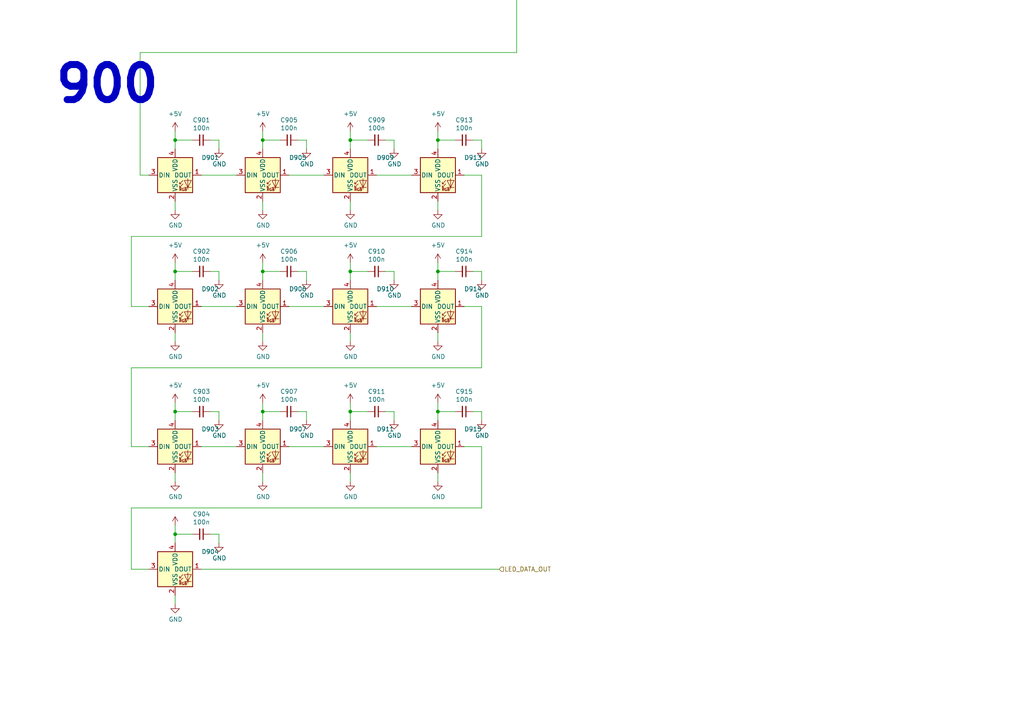
<source format=kicad_sch>
(kicad_sch (version 20250114) (generator "eeschema") (generator_version "9.0")
  (paper "A4")
  (lib_symbols
    (symbol "power:+5V" (power) (pin_names (offset 0))
      (property "Value" "+5V" (at 0 3.556 0))
      (symbol "+5V_0_1"
        (polyline (pts (xy -0.762 1.27) (xy 0 2.54)))
        (polyline (pts (xy 0 2.54) (xy 0.762 1.27)))
        (polyline (pts (xy 0 0) (xy 0 2.54)))
      )
      (symbol "+5V_1_1"
        (pin power_in line (at 0 0 90) (length 0) (hide yes) (name "+5V") (number "1"))
      )
    )
    (symbol "power:GND" (power) (pin_names (offset 0))
      (property "Value" "GND" (at 0 -3.81 0))
      (symbol "GND_0_1"
        (polyline (pts (xy 0 0) (xy 0 -1.27) (xy 1.27 -1.27) (xy 0 -2.54) (xy -1.27 -1.27) (xy 0 -1.27)))
      )
      (symbol "GND_1_1"
        (pin power_in line (at 0 0 270) (length 0) (hide yes) (name "GND") (number "1"))
      )
    )
    (symbol "suku_basics:CAP" (pin_numbers (hide yes)) (pin_names (offset 0.254) (hide yes))
      (property "Reference" "C" (at 0.254 1.778 0))
      (property "Value" "CAP" (at 0.254 -2.032 0))
      (symbol "CAP_0_1"
        (polyline (pts (xy -1.524 0.508) (xy 1.524 0.508)) (stroke (width 0.3048)))
        (polyline (pts (xy -1.524 -0.508) (xy 1.524 -0.508)) (stroke (width 0.3302)))
      )
      (symbol "CAP_1_1"
        (pin passive line (at 0 2.54 270) (length 2.032) (name "~") (number "1"))
        (pin passive line (at 0 -2.54 90) (length 2.032) (name "~") (number "2"))
      )
    )
    (symbol "suku_basics:UI_WS2812C-2020" (pin_names (offset 0.254))
      (property "Reference" "D" (at 5.08 5.715 0))
      (property "Value" "UI_WS2812C-2020" (at 1.27 -5.715 0))
      (symbol "UI_WS2812C-2020_0_0"
        (text "RGB" (at 2.286 -4.191 0) (effects (font (size 0.762 0.762))))
      )
      (symbol "UI_WS2812C-2020_0_1"
        (polyline (pts (xy 1.27 -2.54) (xy 1.778 -2.54)))
        (polyline (pts (xy 1.27 -3.556) (xy 1.778 -3.556)))
        (polyline (pts (xy 2.286 -1.524) (xy 1.27 -2.54) (xy 1.27 -2.032)))
        (polyline (pts (xy 2.286 -2.54) (xy 1.27 -3.556) (xy 1.27 -3.048)))
        (polyline (pts (xy 3.683 -1.016) (xy 3.683 -3.556) (xy 3.683 -4.064)))
        (polyline (pts (xy 4.699 -1.524) (xy 2.667 -1.524) (xy 3.683 -3.556) (xy 4.699 -1.524)))
        (polyline (pts (xy 4.699 -3.556) (xy 2.667 -3.556)))
        (rectangle (start 5.08 5.08) (end -5.08 -5.08) (stroke (width 0.254)) (fill (type background)))
      )
      (symbol "UI_WS2812C-2020_1_1"
        (pin input line (at -7.62 0 0) (length 2.54) (name "DIN") (number "3"))
        (pin power_in line (at 0 7.62 270) (length 2.54) (name "VDD") (number "4"))
        (pin power_in line (at 0 -7.62 90) (length 2.54) (name "VSS") (number "2"))
        (pin output line (at 7.62 0 180) (length 2.54) (name "DOUT") (number "1"))
      )
    )
  )
  (text "900" (at 15.24 30.48 0) (effects (font (size 10.16 10.16) (thickness 2.032) (bold yes)) (justify left bottom)))
  (junction (at 127 40.64))
  (junction (at 132.08 -142.24))
  (junction (at 50.8 119.38))
  (junction (at 81.28 -142.24))
  (junction (at 106.68 -142.24))
  (junction (at 76.2 78.74))
  (junction (at 101.6 78.74))
  (junction (at 101.6 119.38))
  (junction (at 106.68 -104.14))
  (junction (at 50.8 40.64))
  (junction (at 127 78.74))
  (junction (at 127 119.38))
  (junction (at 81.28 -104.14))
  (junction (at 101.6 40.64))
  (junction (at 55.88 -142.24))
  (junction (at 50.8 78.74))
  (junction (at 132.08 -104.14))
  (junction (at 76.2 119.38))
  (junction (at 55.88 -104.14))
  (junction (at 50.8 154.94))
  (junction (at 76.2 40.64))
  (wire (pts (xy 119.38 -139.7) (xy 119.38 -142.24)))
  (wire (pts (xy 139.7 147.32) (xy 38.1 147.32)))
  (wire (pts (xy 81.28 40.64) (xy 76.2 40.64)))
  (wire (pts (xy 127 81.28) (xy 127 78.74)))
  (wire (pts (xy 139.7 129.54) (xy 139.7 147.32)))
  (wire (pts (xy 114.3 40.64) (xy 111.76 40.64)))
  (wire (pts (xy 68.58 -104.14) (xy 66.04 -104.14)))
  (wire (pts (xy 114.3 78.74) (xy 111.76 78.74)))
  (wire (pts (xy 63.5 78.74) (xy 60.96 78.74)))
  (wire (pts (xy 63.5 81.28) (xy 63.5 78.74)))
  (wire (pts (xy 50.8 40.64) (xy 50.8 38.1)))
  (wire (pts (xy 68.58 -142.24) (xy 66.04 -142.24)))
  (wire (pts (xy 38.1 129.54) (xy 43.18 129.54)))
  (wire (pts (xy 81.28 -142.24) (xy 81.28 -144.78)))
  (wire (pts (xy 76.2 60.96) (xy 76.2 58.42)))
  (wire (pts (xy 127 121.92) (xy 127 119.38)))
  (wire (pts (xy 132.08 -142.24) (xy 132.08 -144.78)))
  (wire (pts (xy 50.8 60.96) (xy 50.8 58.42)))
  (wire (pts (xy 127 139.7) (xy 127 137.16)))
  (wire (pts (xy 106.68 -139.7) (xy 106.68 -142.24)))
  (wire (pts (xy 88.9 119.38) (xy 86.36 119.38)))
  (wire (pts (xy 86.36 -104.14) (xy 81.28 -104.14)))
  (wire (pts (xy 38.1 68.58) (xy 38.1 88.9)))
  (wire (pts (xy 43.18 -76.2) (xy 43.18 -50.8)))
  (wire (pts (xy 58.42 129.54) (xy 68.58 129.54)))
  (wire (pts (xy 63.5 119.38) (xy 60.96 119.38)))
  (wire (pts (xy 132.08 -83.82) (xy 132.08 -86.36)))
  (wire (pts (xy 76.2 40.64) (xy 76.2 38.1)))
  (wire (pts (xy 38.1 165.1) (xy 43.18 165.1)))
  (wire (pts (xy 63.5 40.64) (xy 60.96 40.64)))
  (wire (pts (xy 38.1 106.68) (xy 38.1 129.54)))
  (wire (pts (xy 114.3 119.38) (xy 111.76 119.38)))
  (wire (pts (xy 38.1 147.32) (xy 38.1 165.1)))
  (wire (pts (xy 127 78.74) (xy 127 76.2)))
  (wire (pts (xy 144.78 -101.6) (xy 144.78 -104.14)))
  (wire (pts (xy 132.08 -139.7) (xy 132.08 -142.24)))
  (wire (pts (xy 58.42 165.1) (xy 144.78 165.1)))
  (wire (pts (xy 119.38 -142.24) (xy 116.84 -142.24)))
  (wire (pts (xy 106.68 -121.92) (xy 106.68 -124.46)))
  (wire (pts (xy 114.3 43.18) (xy 114.3 40.64)))
  (wire (pts (xy 111.76 -104.14) (xy 106.68 -104.14)))
  (wire (pts (xy 63.5 43.18) (xy 63.5 40.64)))
  (wire (pts (xy 76.2 76.2) (xy 76.2 78.74)))
  (wire (pts (xy 88.9 121.92) (xy 88.9 119.38)))
  (wire (pts (xy 81.28 -106.68) (xy 81.28 -104.14)))
  (wire (pts (xy 101.6 43.18) (xy 101.6 40.64)))
  (wire (pts (xy 109.22 129.54) (xy 119.38 129.54)))
  (wire (pts (xy 68.58 -101.6) (xy 68.58 -104.14)))
  (wire (pts (xy 50.8 81.28) (xy 50.8 78.74)))
  (wire (pts (xy 101.6 139.7) (xy 101.6 137.16)))
  (wire (pts (xy 119.38 -101.6) (xy 119.38 -104.14)))
  (wire (pts (xy 63.5 154.94) (xy 60.96 154.94)))
  (wire (pts (xy 50.8 157.48) (xy 50.8 154.94)))
  (wire (pts (xy 127 60.96) (xy 127 58.42)))
  (wire (pts (xy 50.8 175.26) (xy 50.8 172.72)))
  (wire (pts (xy 106.68 -142.24) (xy 106.68 -144.78)))
  (wire (pts (xy 76.2 121.92) (xy 76.2 119.38)))
  (wire (pts (xy 144.78 -132.08) (xy 144.78 -114.3)))
  (wire (pts (xy 88.9 43.18) (xy 88.9 40.64)))
  (wire (pts (xy 55.88 -121.92) (xy 55.88 -124.46)))
  (wire (pts (xy 132.08 78.74) (xy 127 78.74)))
  (wire (pts (xy 149.86 -50.8) (xy 43.18 -50.8)))
  (wire (pts (xy 38.1 88.9) (xy 43.18 88.9)))
  (wire (pts (xy 93.98 -101.6) (xy 93.98 -104.14)))
  (wire (pts (xy 55.88 -101.6) (xy 55.88 -104.14)))
  (wire (pts (xy 81.28 119.38) (xy 76.2 119.38)))
  (wire (pts (xy 88.9 -93.98) (xy 99.06 -93.98)))
  (wire (pts (xy 76.2 99.06) (xy 76.2 96.52)))
  (wire (pts (xy 101.6 121.92) (xy 101.6 119.38)))
  (wire (pts (xy 101.6 99.06) (xy 101.6 96.52)))
  (wire (pts (xy 106.68 119.38) (xy 101.6 119.38)))
  (wire (pts (xy 106.68 -83.82) (xy 106.68 -86.36)))
  (wire (pts (xy 139.7 88.9) (xy 139.7 106.68)))
  (wire (pts (xy 40.64 50.8) (xy 43.18 50.8)))
  (wire (pts (xy 114.3 -132.08) (xy 124.46 -132.08)))
  (wire (pts (xy 50.8 154.94) (xy 50.8 152.4)))
  (wire (pts (xy 127 43.18) (xy 127 40.64)))
  (wire (pts (xy 68.58 -139.7) (xy 68.58 -142.24)))
  (wire (pts (xy 111.76 -142.24) (xy 106.68 -142.24)))
  (wire (pts (xy 83.82 129.54) (xy 93.98 129.54)))
  (wire (pts (xy 50.8 119.38) (xy 50.8 116.84)))
  (wire (pts (xy 50.8 43.18) (xy 50.8 40.64)))
  (wire (pts (xy 144.78 -76.2) (xy 43.18 -76.2)))
  (wire (pts (xy 132.08 -101.6) (xy 132.08 -104.14)))
  (wire (pts (xy 93.98 -104.14) (xy 91.44 -104.14)))
  (wire (pts (xy 139.7 119.38) (xy 137.16 119.38)))
  (wire (pts (xy 93.98 -139.7) (xy 93.98 -142.24)))
  (wire (pts (xy 50.8 119.38) (xy 55.88 119.38)))
  (wire (pts (xy 58.42 88.9) (xy 68.58 88.9)))
  (wire (pts (xy 134.62 129.54) (xy 139.7 129.54)))
  (wire (pts (xy 114.3 -93.98) (xy 124.46 -93.98)))
  (wire (pts (xy 137.16 -104.14) (xy 132.08 -104.14)))
  (wire (pts (xy 81.28 -121.92) (xy 81.28 -124.46)))
  (wire (pts (xy 106.68 -104.14) (xy 106.68 -106.68)))
  (wire (pts (xy 149.86 15.24) (xy 40.64 15.24)))
  (wire (pts (xy 81.28 78.74) (xy 76.2 78.74)))
  (wire (pts (xy 55.88 -104.14) (xy 60.96 -104.14)))
  (wire (pts (xy 127 40.64) (xy 127 38.1)))
  (wire (pts (xy 139.7 106.68) (xy 38.1 106.68)))
  (wire (pts (xy 58.42 50.8) (xy 68.58 50.8)))
  (wire (pts (xy 144.78 -93.98) (xy 144.78 -76.2)))
  (wire (pts (xy 55.88 -104.14) (xy 55.88 -106.68)))
  (wire (pts (xy 76.2 139.7) (xy 76.2 137.16)))
  (wire (pts (xy 50.8 78.74) (xy 55.88 78.74)))
  (wire (pts (xy 109.22 50.8) (xy 119.38 50.8)))
  (wire (pts (xy 55.88 -139.7) (xy 55.88 -142.24)))
  (wire (pts (xy 81.28 -83.82) (xy 81.28 -86.36)))
  (wire (pts (xy 106.68 78.74) (xy 101.6 78.74)))
  (wire (pts (xy 134.62 88.9) (xy 139.7 88.9)))
  (wire (pts (xy 114.3 81.28) (xy 114.3 78.74)))
  (wire (pts (xy 101.6 119.38) (xy 101.6 116.84)))
  (wire (pts (xy 83.82 88.9) (xy 93.98 88.9)))
  (wire (pts (xy 106.68 -101.6) (xy 106.68 -104.14)))
  (wire (pts (xy 101.6 81.28) (xy 101.6 78.74)))
  (wire (pts (xy 88.9 81.28) (xy 88.9 78.74)))
  (wire (pts (xy 139.7 43.18) (xy 139.7 40.64)))
  (wire (pts (xy 63.5 157.48) (xy 63.5 154.94)))
  (wire (pts (xy 127 99.06) (xy 127 96.52)))
  (wire (pts (xy 101.6 40.64) (xy 101.6 38.1)))
  (wire (pts (xy 55.88 -142.24) (xy 60.96 -142.24)))
  (wire (pts (xy 50.8 139.7) (xy 50.8 137.16)))
  (wire (pts (xy 127 119.38) (xy 127 116.84)))
  (wire (pts (xy 139.7 121.92) (xy 139.7 119.38)))
  (wire (pts (xy 88.9 40.64) (xy 86.36 40.64)))
  (wire (pts (xy 76.2 116.84) (xy 76.2 119.38)))
  (wire (pts (xy 88.9 -132.08) (xy 99.06 -132.08)))
  (wire (pts (xy 63.5 -132.08) (xy 73.66 -132.08)))
  (wire (pts (xy 139.7 50.8) (xy 139.7 68.58)))
  (wire (pts (xy 86.36 -142.24) (xy 81.28 -142.24)))
  (wire (pts (xy 101.6 78.74) (xy 101.6 76.2)))
  (wire (pts (xy 137.16 -142.24) (xy 132.08 -142.24)))
  (wire (pts (xy 132.08 -121.92) (xy 132.08 -124.46)))
  (wire (pts (xy 55.88 -83.82) (xy 55.88 -86.36)))
  (wire (pts (xy 139.7 40.64) (xy 137.16 40.64)))
  (wire (pts (xy 134.62 50.8) (xy 139.7 50.8)))
  (wire (pts (xy 106.68 40.64) (xy 101.6 40.64)))
  (wire (pts (xy 55.88 -142.24) (xy 55.88 -144.78)))
  (wire (pts (xy 50.8 121.92) (xy 50.8 119.38)))
  (wire (pts (xy 144.78 -104.14) (xy 142.24 -104.14)))
  (wire (pts (xy 144.78 -114.3) (xy 43.18 -114.3)))
  (wire (pts (xy 144.78 -139.7) (xy 144.78 -142.24)))
  (wire (pts (xy 101.6 60.96) (xy 101.6 58.42)))
  (wire (pts (xy 132.08 40.64) (xy 127 40.64)))
  (wire (pts (xy 114.3 121.92) (xy 114.3 119.38)))
  (wire (pts (xy 139.7 78.74) (xy 137.16 78.74)))
  (wire (pts (xy 76.2 43.18) (xy 76.2 40.64)))
  (wire (pts (xy 63.5 121.92) (xy 63.5 119.38)))
  (wire (pts (xy 43.18 -114.3) (xy 43.18 -93.98)))
  (wire (pts (xy 93.98 -142.24) (xy 91.44 -142.24)))
  (wire (pts (xy 139.7 -132.08) (xy 144.78 -132.08)))
  (wire (pts (xy 43.18 -93.98) (xy 48.26 -93.98)))
  (wire (pts (xy 63.5 -93.98) (xy 73.66 -93.98)))
  (wire (pts (xy 132.08 -104.14) (xy 132.08 -106.68)))
  (wire (pts (xy 132.08 119.38) (xy 127 119.38)))
  (wire (pts (xy 76.2 81.28) (xy 76.2 78.74)))
  (wire (pts (xy 119.38 -104.14) (xy 116.84 -104.14)))
  (wire (pts (xy 81.28 -101.6) (xy 81.28 -104.14)))
  (wire (pts (xy 50.8 78.74) (xy 50.8 76.2)))
  (wire (pts (xy 109.22 88.9) (xy 119.38 88.9)))
  (wire (pts (xy 144.78 -142.24) (xy 142.24 -142.24)))
  (wire (pts (xy 149.86 -50.8) (xy 149.86 15.24)))
  (wire (pts (xy 139.7 68.58) (xy 38.1 68.58)))
  (wire (pts (xy 50.8 99.06) (xy 50.8 96.52)))
  (wire (pts (xy 83.82 50.8) (xy 93.98 50.8)))
  (wire (pts (xy 45.72 -132.08) (xy 48.26 -132.08)))
  (wire (pts (xy 139.7 81.28) (xy 139.7 78.74)))
  (wire (pts (xy 88.9 78.74) (xy 86.36 78.74)))
  (wire (pts (xy 139.7 -93.98) (xy 144.78 -93.98)))
  (wire (pts (xy 50.8 154.94) (xy 55.88 154.94)))
  (wire (pts (xy 81.28 -139.7) (xy 81.28 -142.24)))
  (wire (pts (xy 40.64 15.24) (xy 40.64 50.8)))
  (wire (pts (xy 50.8 40.64) (xy 55.88 40.64)))
  (hierarchical_label "LED_DATA_OUT" (shape input) (at 144.78 165.1 0))
  (hierarchical_label "LED_DATA_IN" (shape input) (at 45.72 -132.08 180))
  (symbol (lib_id "suku_basics:UI_WS2812C-2020") (at 50.8 50.8 0) (unit 1)
    (property "Reference" "D901" (at 58.42 45.72 0) (effects (justify left)))
    (property "Value" "WS2812C-2020" (effects (hide yes)))
    (property "Footprint" "suku_basics:UI_WS2812C-2020" (effects (hide yes)))
  )
  (symbol (lib_id "power:GND") (at 50.8 60.96 0) (unit 1)
    (property "Reference" "#PWR0931" (effects (hide yes)))
    (property "Value" "GND" (at 50.927 65.3542 0))
  )
  (symbol (lib_id "suku_basics:UI_WS2812C-2020") (at 76.2 50.8 0) (unit 1)
    (property "Reference" "D905" (at 83.82 45.72 0) (effects (justify left)))
    (property "Value" "WS2812C-2020" (effects (hide yes)))
    (property "Footprint" "suku_basics:UI_WS2812C-2020" (effects (hide yes)))
  )
  (symbol (lib_id "power:GND") (at 76.2 60.96 0) (unit 1)
    (property "Reference" "#PWR0945" (effects (hide yes)))
    (property "Value" "GND" (at 76.327 65.3542 0))
  )
  (symbol (lib_id "suku_basics:UI_WS2812C-2020") (at 101.6 50.8 0) (unit 1)
    (property "Reference" "D909" (at 109.22 45.72 0) (effects (justify left)))
    (property "Value" "WS2812C-2020" (effects (hide yes)))
    (property "Footprint" "suku_basics:UI_WS2812C-2020" (effects (hide yes)))
  )
  (symbol (lib_id "power:GND") (at 101.6 60.96 0) (unit 1)
    (property "Reference" "#PWR0957" (effects (hide yes)))
    (property "Value" "GND" (at 101.727 65.3542 0))
  )
  (symbol (lib_id "suku_basics:UI_WS2812C-2020") (at 127 50.8 0) (unit 1)
    (property "Reference" "D913" (at 134.62 45.72 0) (effects (justify left)))
    (property "Value" "WS2812C-2020" (effects (hide yes)))
    (property "Footprint" "suku_basics:UI_WS2812C-2020" (effects (hide yes)))
  )
  (symbol (lib_id "power:GND") (at 127 60.96 0) (unit 1)
    (property "Reference" "#PWR0969" (effects (hide yes)))
    (property "Value" "GND" (at 127.127 65.3542 0))
  )
  (symbol (lib_id "suku_basics:CAP") (at 58.42 40.64 270) (unit 1)
    (property "Reference" "C901" (at 58.42 34.8234 90))
    (property "Value" "100n" (at 58.42 37.1348 90))
    (property "Footprint" "suku_basics:CAP_0402" (effects (hide yes)))
  )
  (symbol (lib_id "power:GND") (at 63.5 43.18 0) (unit 1)
    (property "Reference" "#PWR0938" (effects (hide yes)))
    (property "Value" "GND" (at 63.627 47.5742 0))
  )
  (symbol (lib_id "suku_basics:CAP") (at 83.82 40.64 270) (unit 1)
    (property "Reference" "C905" (at 83.82 34.8234 90))
    (property "Value" "100n" (at 83.82 37.1348 90))
    (property "Footprint" "suku_basics:CAP_0402" (effects (hide yes)))
  )
  (symbol (lib_id "power:GND") (at 88.9 43.18 0) (unit 1)
    (property "Reference" "#PWR0952" (effects (hide yes)))
    (property "Value" "GND" (at 89.027 47.5742 0))
  )
  (symbol (lib_id "suku_basics:CAP") (at 109.22 40.64 270) (unit 1)
    (property "Reference" "C909" (at 109.22 34.8234 90))
    (property "Value" "100n" (at 109.22 37.1348 90))
    (property "Footprint" "suku_basics:CAP_0402" (effects (hide yes)))
  )
  (symbol (lib_id "power:GND") (at 114.3 43.18 0) (unit 1)
    (property "Reference" "#PWR0964" (effects (hide yes)))
    (property "Value" "GND" (at 114.427 47.5742 0))
  )
  (symbol (lib_id "suku_basics:CAP") (at 134.62 40.64 270) (unit 1)
    (property "Reference" "C913" (at 134.62 34.8234 90))
    (property "Value" "100n" (at 134.62 37.1348 90))
    (property "Footprint" "suku_basics:CAP_0402" (effects (hide yes)))
  )
  (symbol (lib_id "power:GND") (at 139.7 43.18 0) (unit 1)
    (property "Reference" "#PWR0976" (effects (hide yes)))
    (property "Value" "GND" (at 139.827 47.5742 0))
  )
  (symbol (lib_id "suku_basics:UI_WS2812C-2020") (at 50.8 88.9 0) (unit 1)
    (property "Reference" "D902" (at 58.42 83.82 0) (effects (justify left)))
    (property "Value" "WS2812C-2020" (effects (hide yes)))
    (property "Footprint" "suku_basics:UI_WS2812C-2020" (effects (hide yes)))
  )
  (symbol (lib_id "power:GND") (at 50.8 99.06 0) (unit 1)
    (property "Reference" "#PWR0933" (effects (hide yes)))
    (property "Value" "GND" (at 50.927 103.4542 0))
  )
  (symbol (lib_id "suku_basics:UI_WS2812C-2020") (at 76.2 88.9 0) (unit 1)
    (property "Reference" "D906" (at 83.82 83.82 0) (effects (justify left)))
    (property "Value" "WS2812C-2020" (effects (hide yes)))
    (property "Footprint" "suku_basics:UI_WS2812C-2020" (effects (hide yes)))
  )
  (symbol (lib_id "power:GND") (at 76.2 99.06 0) (unit 1)
    (property "Reference" "#PWR0947" (effects (hide yes)))
    (property "Value" "GND" (at 76.327 103.4542 0))
  )
  (symbol (lib_id "suku_basics:UI_WS2812C-2020") (at 101.6 88.9 0) (unit 1)
    (property "Reference" "D910" (at 109.22 83.82 0) (effects (justify left)))
    (property "Value" "WS2812C-2020" (effects (hide yes)))
    (property "Footprint" "suku_basics:UI_WS2812C-2020" (effects (hide yes)))
  )
  (symbol (lib_id "power:GND") (at 101.6 99.06 0) (unit 1)
    (property "Reference" "#PWR0959" (effects (hide yes)))
    (property "Value" "GND" (at 101.727 103.4542 0))
  )
  (symbol (lib_id "suku_basics:UI_WS2812C-2020") (at 127 88.9 0) (unit 1)
    (property "Reference" "D914" (at 134.62 83.82 0) (effects (justify left)))
    (property "Value" "WS2812C-2020" (effects (hide yes)))
    (property "Footprint" "suku_basics:UI_WS2812C-2020" (effects (hide yes)))
  )
  (symbol (lib_id "power:GND") (at 127 99.06 0) (unit 1)
    (property "Reference" "#PWR0971" (effects (hide yes)))
    (property "Value" "GND" (at 127.127 103.4542 0))
  )
  (symbol (lib_id "suku_basics:CAP") (at 58.42 78.74 270) (unit 1)
    (property "Reference" "C902" (at 58.42 72.9234 90))
    (property "Value" "100n" (at 58.42 75.2348 90))
    (property "Footprint" "suku_basics:CAP_0402" (effects (hide yes)))
  )
  (symbol (lib_id "power:GND") (at 63.5 81.28 0) (unit 1)
    (property "Reference" "#PWR0939" (effects (hide yes)))
    (property "Value" "GND" (at 63.627 85.6742 0))
  )
  (symbol (lib_id "suku_basics:CAP") (at 83.82 78.74 270) (unit 1)
    (property "Reference" "C906" (at 83.82 72.9234 90))
    (property "Value" "100n" (at 83.82 75.2348 90))
    (property "Footprint" "suku_basics:CAP_0402" (effects (hide yes)))
  )
  (symbol (lib_id "power:GND") (at 88.9 81.28 0) (unit 1)
    (property "Reference" "#PWR0953" (effects (hide yes)))
    (property "Value" "GND" (at 89.027 85.6742 0))
  )
  (symbol (lib_id "suku_basics:CAP") (at 109.22 78.74 270) (unit 1)
    (property "Reference" "C910" (at 109.22 72.9234 90))
    (property "Value" "100n" (at 109.22 75.2348 90))
    (property "Footprint" "suku_basics:CAP_0402" (effects (hide yes)))
  )
  (symbol (lib_id "power:GND") (at 114.3 81.28 0) (unit 1)
    (property "Reference" "#PWR0965" (effects (hide yes)))
    (property "Value" "GND" (at 114.427 85.6742 0))
  )
  (symbol (lib_id "suku_basics:CAP") (at 134.62 78.74 270) (unit 1)
    (property "Reference" "C914" (at 134.62 72.9234 90))
    (property "Value" "100n" (at 134.62 75.2348 90))
    (property "Footprint" "suku_basics:CAP_0402" (effects (hide yes)))
  )
  (symbol (lib_id "power:GND") (at 139.7 81.28 0) (unit 1)
    (property "Reference" "#PWR0977" (effects (hide yes)))
    (property "Value" "GND" (at 139.827 85.6742 0))
  )
  (symbol (lib_id "suku_basics:UI_WS2812C-2020") (at 50.8 165.1 0) (unit 1)
    (property "Reference" "D904" (at 58.42 160.02 0) (effects (justify left)))
    (property "Value" "WS2812C-2020" (effects (hide yes)))
    (property "Footprint" "suku_basics:UI_WS2812C-2020" (effects (hide yes)))
  )
  (symbol (lib_id "power:GND") (at 50.8 175.26 0) (unit 1)
    (property "Reference" "#PWR0937" (effects (hide yes)))
    (property "Value" "GND" (at 50.927 179.6542 0))
  )
  (symbol (lib_id "suku_basics:CAP") (at 58.42 154.94 270) (unit 1)
    (property "Reference" "C904" (at 58.42 149.1234 90))
    (property "Value" "100n" (at 58.42 151.4348 90))
    (property "Footprint" "suku_basics:CAP_0402" (effects (hide yes)))
  )
  (symbol (lib_id "power:GND") (at 63.5 157.48 0) (unit 1)
    (property "Reference" "#PWR0941" (effects (hide yes)))
    (property "Value" "GND" (at 63.627 161.8742 0))
  )
  (symbol (lib_id "suku_basics:UI_WS2812C-2020") (at 76.2 129.54 0) (unit 1)
    (property "Reference" "D907" (at 83.82 124.46 0) (effects (justify left)))
    (property "Value" "WS2812C-2020" (effects (hide yes)))
    (property "Footprint" "suku_basics:UI_WS2812C-2020" (effects (hide yes)))
  )
  (symbol (lib_id "power:GND") (at 132.08 -83.82 0) (unit 1)
    (property "Reference" "#PWR01078" (effects (hide yes)))
    (property "Value" "GND" (at 132.207 -79.4258 0))
  )
  (symbol (lib_id "suku_basics:CAP") (at 88.9 -142.24 270) (unit 1)
    (property "Reference" "C1064" (at 88.9 -148.0566 90))
    (property "Value" "100n" (at 88.9 -145.7452 90))
    (property "Footprint" "suku_basics:CAP_0402" (effects (hide yes)))
  )
  (symbol (lib_id "power:GND") (at 144.78 -139.7 0) (unit 1)
    (property "Reference" "#PWR01081" (effects (hide yes)))
    (property "Value" "GND" (at 144.907 -135.3058 0))
  )
  (symbol (lib_id "power:+5V") (at 55.88 -106.68 0) (unit 1)
    (property "Reference" "#PWR01047" (effects (hide yes)))
    (property "Value" "+5V" (at 55.88 -111.76 0))
  )
  (symbol (lib_id "suku_basics:CAP") (at 139.7 -142.24 270) (unit 1)
    (property "Reference" "C1070" (at 139.7 -148.0566 90))
    (property "Value" "100n" (at 139.7 -145.7452 90))
    (property "Footprint" "suku_basics:CAP_0402" (effects (hide yes)))
  )
  (symbol (lib_id "power:+5V") (at 76.2 38.1 0) (unit 1)
    (property "Reference" "#PWR0944" (effects (hide yes)))
    (property "Value" "+5V" (at 76.2 33.02 0))
  )
  (symbol (lib_id "suku_basics:UI_WS2812C-2020") (at 55.88 -93.98 0) (unit 1)
    (property "Reference" "D1002" (at 63.5 -99.06 0) (effects (justify left)))
    (property "Value" "WS2812C-2020" (effects (hide yes)))
    (property "Footprint" "suku_basics:UI_WS2812C-2020" (effects (hide yes)))
  )
  (symbol (lib_id "power:GND") (at 76.2 139.7 0) (unit 1)
    (property "Reference" "#PWR0949" (effects (hide yes)))
    (property "Value" "GND" (at 76.327 144.0942 0))
  )
  (symbol (lib_id "power:GND") (at 88.9 121.92 0) (unit 1)
    (property "Reference" "#PWR0954" (effects (hide yes)))
    (property "Value" "GND" (at 89.027 126.3142 0))
  )
  (symbol (lib_id "power:GND") (at 93.98 -139.7 0) (unit 1)
    (property "Reference" "#PWR01063" (effects (hide yes)))
    (property "Value" "GND" (at 94.107 -135.3058 0))
  )
  (symbol (lib_id "power:+5V") (at 127 38.1 0) (unit 1)
    (property "Reference" "#PWR0968" (effects (hide yes)))
    (property "Value" "+5V" (at 127 33.02 0))
  )
  (symbol (lib_id "suku_basics:UI_WS2812C-2020") (at 106.68 -93.98 0) (unit 1)
    (property "Reference" "D1009" (at 114.3 -99.06 0) (effects (justify left)))
    (property "Value" "WS2812C-2020" (effects (hide yes)))
    (property "Footprint" "suku_basics:UI_WS2812C-2020" (effects (hide yes)))
  )
  (symbol (lib_id "suku_basics:CAP") (at 58.42 119.38 270) (unit 1)
    (property "Reference" "C903" (at 58.42 113.5634 90))
    (property "Value" "100n" (at 58.42 115.8748 90))
    (property "Footprint" "suku_basics:CAP_0402" (effects (hide yes)))
  )
  (symbol (lib_id "suku_basics:CAP") (at 63.5 -142.24 270) (unit 1)
    (property "Reference" "C1060" (at 63.5 -148.0566 90))
    (property "Value" "100n" (at 63.5 -145.7452 90))
    (property "Footprint" "suku_basics:CAP_0402" (effects (hide yes)))
  )
  (symbol (lib_id "power:GND") (at 68.58 -139.7 0) (unit 1)
    (property "Reference" "#PWR01053" (effects (hide yes)))
    (property "Value" "GND" (at 68.707 -135.3058 0))
  )
  (symbol (lib_id "suku_basics:CAP") (at 114.3 -142.24 270) (unit 1)
    (property "Reference" "C1067" (at 114.3 -148.0566 90))
    (property "Value" "100n" (at 114.3 -145.7452 90))
    (property "Footprint" "suku_basics:CAP_0402" (effects (hide yes)))
  )
  (symbol (lib_id "power:GND") (at 132.08 -121.92 0) (unit 1)
    (property "Reference" "#PWR01076" (effects (hide yes)))
    (property "Value" "GND" (at 132.207 -117.5258 0))
  )
  (symbol (lib_id "suku_basics:CAP") (at 83.82 119.38 270) (unit 1)
    (property "Reference" "C907" (at 83.82 113.5634 90))
    (property "Value" "100n" (at 83.82 115.8748 90))
    (property "Footprint" "suku_basics:CAP_0402" (effects (hide yes)))
  )
  (symbol (lib_id "power:GND") (at 81.28 -121.92 0) (unit 1)
    (property "Reference" "#PWR01058" (effects (hide yes)))
    (property "Value" "GND" (at 81.407 -117.5258 0))
  )
  (symbol (lib_id "suku_basics:UI_WS2812C-2020") (at 127 129.54 0) (unit 1)
    (property "Reference" "D915" (at 134.62 124.46 0) (effects (justify left)))
    (property "Value" "WS2812C-2020" (effects (hide yes)))
    (property "Footprint" "suku_basics:UI_WS2812C-2020" (effects (hide yes)))
  )
  (symbol (lib_id "suku_basics:CAP") (at 114.3 -104.14 270) (unit 1)
    (property "Reference" "C1068" (at 114.3 -109.9566 90))
    (property "Value" "100n" (at 114.3 -107.6452 90))
    (property "Footprint" "suku_basics:CAP_0402" (effects (hide yes)))
  )
  (symbol (lib_id "power:+5V") (at 106.68 -144.78 0) (unit 1)
    (property "Reference" "#PWR01066" (effects (hide yes)))
    (property "Value" "+5V" (at 106.68 -149.86 0))
  )
  (symbol (lib_id "power:+5V") (at 101.6 116.84 0) (unit 1)
    (property "Reference" "#PWR0960" (effects (hide yes)))
    (property "Value" "+5V" (at 101.6 111.76 0))
  )
  (symbol (lib_id "power:GND") (at 106.68 -83.82 0) (unit 1)
    (property "Reference" "#PWR01069" (effects (hide yes)))
    (property "Value" "GND" (at 106.807 -79.4258 0))
  )
  (symbol (lib_id "power:+5V") (at 50.8 152.4 0) (unit 1)
    (property "Reference" "#PWR0936" (effects (hide yes)))
    (property "Value" "+5V" (effects (hide yes)))
  )
  (symbol (lib_id "suku_basics:UI_WS2812C-2020") (at 81.28 -132.08 0) (unit 1)
    (property "Reference" "D1005" (at 88.9 -137.16 0) (effects (justify left)))
    (property "Value" "WS2812C-2020" (effects (hide yes)))
    (property "Footprint" "suku_basics:UI_WS2812C-2020" (effects (hide yes)))
  )
  (symbol (lib_id "power:+5V") (at 76.2 116.84 0) (unit 1)
    (property "Reference" "#PWR0948" (effects (hide yes)))
    (property "Value" "+5V" (at 76.2 111.76 0))
  )
  (symbol (lib_id "suku_basics:CAP") (at 63.5 -104.14 270) (unit 1)
    (property "Reference" "C1061" (at 63.5 -109.9566 90))
    (property "Value" "100n" (at 63.5 -107.6452 90))
    (property "Footprint" "suku_basics:CAP_0402" (effects (hide yes)))
  )
  (symbol (lib_id "power:+5V") (at 127 76.2 0) (unit 1)
    (property "Reference" "#PWR0970" (effects (hide yes)))
    (property "Value" "+5V" (at 127 71.12 0))
  )
  (symbol (lib_id "suku_basics:UI_WS2812C-2020") (at 101.6 129.54 0) (unit 1)
    (property "Reference" "D911" (at 109.22 124.46 0) (effects (justify left)))
    (property "Value" "WS2812C-2020" (effects (hide yes)))
    (property "Footprint" "suku_basics:UI_WS2812C-2020" (effects (hide yes)))
  )
  (symbol (lib_id "power:+5V") (at 106.68 -106.68 0) (unit 1)
    (property "Reference" "#PWR01068" (effects (hide yes)))
    (property "Value" "+5V" (at 106.68 -111.76 0))
  )
  (symbol (lib_id "power:GND") (at 119.38 -101.6 0) (unit 1)
    (property "Reference" "#PWR01073" (effects (hide yes)))
    (property "Value" "GND" (at 119.507 -97.2058 0))
  )
  (symbol (lib_id "power:+5V") (at 132.08 -106.68 0) (unit 1)
    (property "Reference" "#PWR01077" (effects (hide yes)))
    (property "Value" "+5V" (at 132.08 -111.76 0))
  )
  (symbol (lib_id "power:+5V") (at 101.6 76.2 0) (unit 1)
    (property "Reference" "#PWR0958" (effects (hide yes)))
    (property "Value" "+5V" (at 101.6 71.12 0))
  )
  (symbol (lib_id "power:GND") (at 119.38 -139.7 0) (unit 1)
    (property "Reference" "#PWR01072" (effects (hide yes)))
    (property "Value" "GND" (at 119.507 -135.3058 0))
  )
  (symbol (lib_id "power:GND") (at 63.5 121.92 0) (unit 1)
    (property "Reference" "#PWR0940" (effects (hide yes)))
    (property "Value" "GND" (at 63.627 126.3142 0))
  )
  (symbol (lib_id "power:GND") (at 127 139.7 0) (unit 1)
    (property "Reference" "#PWR0973" (effects (hide yes)))
    (property "Value" "GND" (at 127.127 144.0942 0))
  )
  (symbol (lib_id "power:GND") (at 101.6 139.7 0) (unit 1)
    (property "Reference" "#PWR0961" (effects (hide yes)))
    (property "Value" "GND" (at 101.727 144.0942 0))
  )
  (symbol (lib_id "power:GND") (at 50.8 139.7 0) (unit 1)
    (property "Reference" "#PWR0935" (effects (hide yes)))
    (property "Value" "GND" (at 50.927 144.0942 0))
  )
  (symbol (lib_id "suku_basics:UI_WS2812C-2020") (at 55.88 -132.08 0) (unit 1)
    (property "Reference" "D1001" (at 63.5 -137.16 0) (effects (justify left)))
    (property "Value" "WS2812C-2020" (effects (hide yes)))
    (property "Footprint" "suku_basics:UI_WS2812C-2020" (effects (hide yes)))
  )
  (symbol (lib_id "power:+5V") (at 50.8 76.2 0) (unit 1)
    (property "Reference" "#PWR0932" (effects (hide yes)))
    (property "Value" "+5V" (at 50.8 71.12 0))
  )
  (symbol (lib_id "power:+5V") (at 81.28 -106.68 0) (unit 1)
    (property "Reference" "#PWR01059" (effects (hide yes)))
    (property "Value" "+5V" (at 81.28 -111.76 0))
  )
  (symbol (lib_id "power:+5V") (at 50.8 116.84 0) (unit 1)
    (property "Reference" "#PWR0934" (effects (hide yes)))
    (property "Value" "+5V" (at 50.8 111.76 0))
  )
  (symbol (lib_id "suku_basics:UI_WS2812C-2020") (at 132.08 -93.98 0) (unit 1)
    (property "Reference" "D1012" (at 139.7 -99.06 0) (effects (justify left)))
    (property "Value" "WS2812C-2020" (effects (hide yes)))
    (property "Footprint" "suku_basics:UI_WS2812C-2020" (effects (hide yes)))
  )
  (symbol (lib_id "power:GND") (at 139.7 121.92 0) (unit 1)
    (property "Reference" "#PWR0978" (effects (hide yes)))
    (property "Value" "GND" (at 139.827 126.3142 0))
  )
  (symbol (lib_id "power:GND") (at 114.3 121.92 0) (unit 1)
    (property "Reference" "#PWR0966" (effects (hide yes)))
    (property "Value" "GND" (at 114.427 126.3142 0))
  )
  (symbol (lib_id "power:+5V") (at 50.8 38.1 0) (unit 1)
    (property "Reference" "#PWR0930" (effects (hide yes)))
    (property "Value" "+5V" (at 50.8 33.02 0))
  )
  (symbol (lib_id "suku_basics:CAP") (at 134.62 119.38 270) (unit 1)
    (property "Reference" "C915" (at 134.62 113.5634 90))
    (property "Value" "100n" (at 134.62 115.8748 90))
    (property "Footprint" "suku_basics:CAP_0402" (effects (hide yes)))
  )
  (symbol (lib_id "suku_basics:CAP") (at 88.9 -104.14 270) (unit 1)
    (property "Reference" "C1065" (at 88.9 -109.9566 90))
    (property "Value" "100n" (at 88.9 -107.6452 90))
    (property "Footprint" "suku_basics:CAP_0402" (effects (hide yes)))
  )
  (symbol (lib_id "power:+5V") (at 127 116.84 0) (unit 1)
    (property "Reference" "#PWR0972" (effects (hide yes)))
    (property "Value" "+5V" (at 127 111.76 0))
  )
  (symbol (lib_id "power:GND") (at 106.68 -121.92 0) (unit 1)
    (property "Reference" "#PWR01067" (effects (hide yes)))
    (property "Value" "GND" (at 106.807 -117.5258 0))
  )
  (symbol (lib_id "power:GND") (at 93.98 -101.6 0) (unit 1)
    (property "Reference" "#PWR01064" (effects (hide yes)))
    (property "Value" "GND" (at 94.107 -97.2058 0))
  )
  (symbol (lib_id "power:GND") (at 144.78 -101.6 0) (unit 1)
    (property "Reference" "#PWR01082" (effects (hide yes)))
    (property "Value" "GND" (at 144.907 -97.2058 0))
  )
  (symbol (lib_id "power:+5V") (at 76.2 76.2 0) (unit 1)
    (property "Reference" "#PWR0946" (effects (hide yes)))
    (property "Value" "+5V" (at 76.2 71.12 0))
  )
  (symbol (lib_id "power:GND") (at 55.88 -121.92 0) (unit 1)
    (property "Reference" "#PWR01046" (effects (hide yes)))
    (property "Value" "GND" (at 56.007 -117.5258 0))
  )
  (symbol (lib_id "suku_basics:UI_WS2812C-2020") (at 106.68 -132.08 0) (unit 1)
    (property "Reference" "D1008" (at 114.3 -137.16 0) (effects (justify left)))
    (property "Value" "WS2812C-2020" (effects (hide yes)))
    (property "Footprint" "suku_basics:UI_WS2812C-2020" (effects (hide yes)))
  )
  (symbol (lib_id "power:+5V") (at 55.88 -144.78 0) (unit 1)
    (property "Reference" "#PWR01045" (effects (hide yes)))
    (property "Value" "+5V" (at 55.88 -149.86 0))
  )
  (symbol (lib_id "power:GND") (at 81.28 -83.82 0) (unit 1)
    (property "Reference" "#PWR01060" (effects (hide yes)))
    (property "Value" "GND" (at 81.407 -79.4258 0))
  )
  (symbol (lib_id "power:+5V") (at 101.6 38.1 0) (unit 1)
    (property "Reference" "#PWR0956" (effects (hide yes)))
    (property "Value" "+5V" (at 101.6 33.02 0))
  )
  (symbol (lib_id "suku_basics:UI_WS2812C-2020") (at 81.28 -93.98 0) (unit 1)
    (property "Reference" "D1006" (at 88.9 -99.06 0) (effects (justify left)))
    (property "Value" "WS2812C-2020" (effects (hide yes)))
    (property "Footprint" "suku_basics:UI_WS2812C-2020" (effects (hide yes)))
  )
  (symbol (lib_id "suku_basics:UI_WS2812C-2020") (at 132.08 -132.08 0) (unit 1)
    (property "Reference" "D1011" (at 139.7 -137.16 0) (effects (justify left)))
    (property "Value" "WS2812C-2020" (effects (hide yes)))
    (property "Footprint" "suku_basics:UI_WS2812C-2020" (effects (hide yes)))
  )
  (symbol (lib_id "power:GND") (at 55.88 -83.82 0) (unit 1)
    (property "Reference" "#PWR01048" (effects (hide yes)))
    (property "Value" "GND" (at 56.007 -79.4258 0))
  )
  (symbol (lib_id "power:+5V") (at 132.08 -144.78 0) (unit 1)
    (property "Reference" "#PWR01075" (effects (hide yes)))
    (property "Value" "+5V" (at 132.08 -149.86 0))
  )
  (symbol (lib_id "power:+5V") (at 81.28 -144.78 0) (unit 1)
    (property "Reference" "#PWR01057" (effects (hide yes)))
    (property "Value" "+5V" (at 81.28 -149.86 0))
  )
  (symbol (lib_id "suku_basics:UI_WS2812C-2020") (at 50.8 129.54 0) (unit 1)
    (property "Reference" "D903" (at 58.42 124.46 0) (effects (justify left)))
    (property "Value" "WS2812C-2020" (effects (hide yes)))
    (property "Footprint" "suku_basics:UI_WS2812C-2020" (effects (hide yes)))
  )
  (symbol (lib_id "suku_basics:CAP") (at 139.7 -104.14 270) (unit 1)
    (property "Reference" "C1071" (at 139.7 -109.9566 90))
    (property "Value" "100n" (at 139.7 -107.6452 90))
    (property "Footprint" "suku_basics:CAP_0402" (effects (hide yes)))
  )
  (symbol (lib_id "power:GND") (at 68.58 -101.6 0) (unit 1)
    (property "Reference" "#PWR01054" (effects (hide yes)))
    (property "Value" "GND" (at 68.707 -97.2058 0))
  )
  (symbol (lib_id "suku_basics:CAP") (at 109.22 119.38 270) (unit 1)
    (property "Reference" "C911" (at 109.22 113.5634 90))
    (property "Value" "100n" (at 109.22 115.8748 90))
    (property "Footprint" "suku_basics:CAP_0402" (effects (hide yes)))
  )
)
</source>
